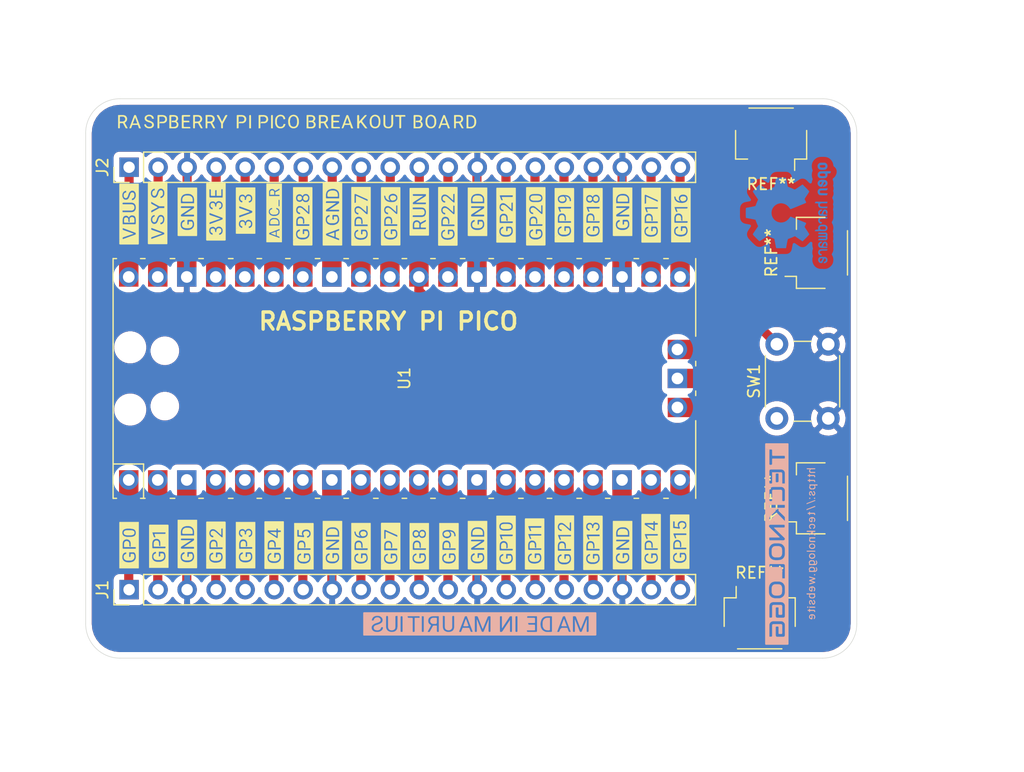
<source format=kicad_pcb>
(kicad_pcb (version 20171130) (host pcbnew "(5.1.10)-1")
  (layers (0 F.Cu signal) (31 B.Cu signal) (34 B.Paste user) (35 F.Paste user) (36 B.SilkS user) (37 F.SilkS user) (38 B.Mask user) (39 F.Mask user) (44 Edge.Cuts user))
  (net 0 "")
  (net 1 "Net-(J1-Pad20)")
  (net 2 "Net-(J1-Pad19)")
  (net 3 GND)
  (net 4 "Net-(J1-Pad17)")
  (net 5 "Net-(J1-Pad16)")
  (net 6 "Net-(J1-Pad15)")
  (net 7 "Net-(J1-Pad14)")
  (net 8 "Net-(J1-Pad12)")
  (net 9 "Net-(J1-Pad11)")
  (net 10 "Net-(J1-Pad10)")
  (net 11 "Net-(J1-Pad9)")
  (net 12 "Net-(J1-Pad7)")
  (net 13 "Net-(J1-Pad6)")
  (net 14 "Net-(J1-Pad5)")
  (net 15 "Net-(J1-Pad4)")
  (net 16 "Net-(J1-Pad2)")
  (net 17 "Net-(J1-Pad1)")
  (net 18 "Net-(J2-Pad1)")
  (net 19 "Net-(J2-Pad2)")
  (net 20 "Net-(J2-Pad4)")
  (net 21 "Net-(J2-Pad5)")
  (net 22 "Net-(J2-Pad6)")
  (net 23 "Net-(J2-Pad7)")
  (net 24 "Net-(J2-Pad8)")
  (net 25 "Net-(J2-Pad9)")
  (net 26 "Net-(J2-Pad10)")
  (net 27 /RUN)
  (net 28 "Net-(J2-Pad12)")
  (net 29 "Net-(J2-Pad14)")
  (net 30 "Net-(J2-Pad15)")
  (net 31 "Net-(J2-Pad16)")
  (net 32 "Net-(J2-Pad17)")
  (net 33 "Net-(J2-Pad19)")
  (net 34 "Net-(J2-Pad20)")
  (net 35 "Net-(U1-Pad3)")
  (net 36 "Net-(U1-Pad8)")
  (net 37 "Net-(U1-Pad13)")
  (net 38 "Net-(U1-Pad18)")
  (net 39 "Net-(U1-Pad41)")
  (net 40 "Net-(U1-Pad42)")
  (net 41 "Net-(U1-Pad43)")
  (module Connector_JST:JST_SH_SM04B-SRSS-TB_1x04-1MP_P1.00mm_Horizontal (layer F.Cu) (at 125.5 43.5 180)
    (fp_text reference REF** (at 0 -3.98) (layer F.SilkS))
    (fp_text value JST_SH_SM04B-SRSS-TB_1x04-1MP_P1.00mm_Horizontal)
    (pad 1 smd roundrect (at -1.5 -2 180) (size 0.6 1.55) (layers F.Cu F.Paste F.Mask))
    (pad 2 smd roundrect (at -0.5 -2 180) (size 0.6 1.55) (layers F.Cu F.Paste F.Mask))
    (pad 3 smd roundrect (at 0.5 -2 180) (size 0.6 1.55) (layers F.Cu F.Paste F.Mask))
    (pad 4 smd roundrect (at 1.5 -2 180) (size 0.6 1.55) (layers F.Cu F.Paste F.Mask))
    (pad MP smd roundrect (at -2.8 1.875 180) (size 1.2 1.8) (layers F.Cu F.Paste F.Mask) (roundrect_rratio 0.208333))
    (pad MP smd roundrect (at 2.8 1.875 180) (size 1.2 1.8) (layers F.Cu F.Paste F.Mask) (roundrect_rratio 0.208333))
  )
  (module Connector_JST:JST_SH_SM04B-SRSS-TB_1x04-1MP_P1.00mm_Horizontal (layer F.Cu) (at 129.5 53.5 90)
    (fp_text reference REF** (at 0 -3.98 90) (layer F.SilkS))
    (fp_text value JST_SH_SM04B-SRSS-TB_1x04-1MP_P1.00mm_Horizontal)
    (pad 1 smd roundrect (at -1.5 -2 90) (size 0.6 1.55) (layers F.Cu F.Paste F.Mask))
    (pad 2 smd roundrect (at -0.5 -2 90) (size 0.6 1.55) (layers F.Cu F.Paste F.Mask))
    (pad 3 smd roundrect (at 0.5 -2 90) (size 0.6 1.55) (layers F.Cu F.Paste F.Mask))
    (pad 4 smd roundrect (at 1.5 -2 90) (size 0.6 1.55) (layers F.Cu F.Paste F.Mask))
    (pad MP smd roundrect (at -2.8 1.875 90) (size 1.2 1.8) (layers F.Cu F.Paste F.Mask) (roundrect_rratio 0.208333))
    (pad MP smd roundrect (at 2.8 1.875 90) (size 1.2 1.8) (layers F.Cu F.Paste F.Mask) (roundrect_rratio 0.208333))
  )
  (module Connector_JST:JST_SH_SM04B-SRSS-TB_1x04-1MP_P1.00mm_Horizontal (layer F.Cu) (at 129.5 75 90)
    (fp_text reference REF** (at 0 -3.98 90) (layer F.SilkS))
    (fp_text value JST_SH_SM04B-SRSS-TB_1x04-1MP_P1.00mm_Horizontal)
    (pad 1 smd roundrect (at -1.5 -2 90) (size 0.6 1.55) (layers F.Cu F.Paste F.Mask))
    (pad 2 smd roundrect (at -0.5 -2 90) (size 0.6 1.55) (layers F.Cu F.Paste F.Mask))
    (pad 3 smd roundrect (at 0.5 -2 90) (size 0.6 1.55) (layers F.Cu F.Paste F.Mask))
    (pad 4 smd roundrect (at 1.5 -2 90) (size 0.6 1.55) (layers F.Cu F.Paste F.Mask))
    (pad MP smd roundrect (at -2.8 1.875 90) (size 1.2 1.8) (layers F.Cu F.Paste F.Mask) (roundrect_rratio 0.208333))
    (pad MP smd roundrect (at 2.8 1.875 90) (size 1.2 1.8) (layers F.Cu F.Paste F.Mask) (roundrect_rratio 0.208333))
  )
  (module Connector_JST:JST_SH_SM04B-SRSS-TB_1x04-1MP_P1.00mm_Horizontal (layer F.Cu) (at 124.5 85.5)
    (fp_text reference REF** (at 0 -3.98) (layer F.SilkS))
    (fp_text value JST_SH_SM04B-SRSS-TB_1x04-1MP_P1.00mm_Horizontal)
    (pad MP smd roundrect (at 2.8 1.875) (size 1.2 1.8) (layers F.Cu F.Paste F.Mask) (roundrect_rratio 0.208333))
    (pad MP smd roundrect (at -2.8 1.875) (size 1.2 1.8) (layers F.Cu F.Paste F.Mask) (roundrect_rratio 0.208333))
    (pad 4 smd roundrect (at 1.5 -2) (size 0.6 1.55) (layers F.Cu F.Paste F.Mask))
    (pad 3 smd roundrect (at 0.5 -2) (size 0.6 1.55) (layers F.Cu F.Paste F.Mask))
    (pad 2 smd roundrect (at -0.5 -2) (size 0.6 1.55) (layers F.Cu F.Paste F.Mask))
    (pad 1 smd roundrect (at -1.5 -2) (size 0.6 1.55) (layers F.Cu F.Paste F.Mask))
  )
  (module buzzard_labels (layer B.Cu) (at 129 79 270)
    (fp_text reference "" (at 0 0 90) (layer B.SilkS) (effects (font (size 1.27 1.27)) (justify mirror)))
    (fp_text value "" (at 0 0 90) (layer B.SilkS) (effects (font (size 1.27 1.27)) (justify mirror)))
  )
  (module buzzard_labels (layer F.Cu) (at 84 42)
    (fp_text reference "" (at 0 0) (layer F.SilkS) (effects (font (size 1.27 1.27))))
    (fp_text value "" (at 0 0) (layer F.SilkS) (effects (font (size 1.27 1.27))))
  )
  (module buzzard_labels (layer B.Cu) (at 100 86 180)
    (fp_text reference "" (at 0 0) (layer B.SilkS) (effects (font (size 1.27 1.27)) (justify mirror)))
    (fp_text value "" (at 0 0) (layer B.SilkS) (effects (font (size 1.27 1.27)) (justify mirror)))
  )
  (module buzzard_labels (layer B.Cu) (at 126 79 270)
    (fp_text reference "" (at 0 0 90) (layer B.SilkS) (effects (font (size 1.27 1.27)) (justify mirror)))
    (fp_text value "" (at 0 0 90) (layer B.SilkS) (effects (font (size 1.27 1.27)) (justify mirror)))
  )
  (module Symbol:OSHW-Logo2_9.8x8mm_Copper (layer B.Cu) (at 127 50 270)
    (fp_text reference REF** hide)
    (fp_text value OSHW-Logo2_9.8x8mm_Copper hide)
    (fp_poly (pts (xy 0.139878 3.712224) (xy 0.245612 3.711645) (xy 0.322132 3.710078) (xy 0.374372 3.707028) (xy 0.407263 3.702004) (xy 0.425737 3.694511) (xy 0.434727 3.684056) (xy 0.439163 3.670147) (xy 0.439594 3.668346) (xy 0.446333 3.635855) (xy 0.458808 3.571748) (xy 0.475719 3.482849) (xy 0.495771 3.375981) (xy 0.517664 3.257967) (xy 0.518429 3.253822) (xy 0.540359 3.138169) (xy 0.560877 3.035986) (xy 0.578659 2.953402) (xy 0.592381 2.896544) (xy 0.600718 2.871542) (xy 0.601116 2.871099) (xy 0.625677 2.85889) (xy 0.676315 2.838544) (xy 0.742095 2.814455) (xy 0.742461 2.814326) (xy 0.825317 2.783182) (xy 0.923 2.743509) (xy 1.015077 2.703619) (xy 1.019434 2.701647) (xy 1.169407 2.63358) (xy 1.501498 2.860361) (xy 1.603374 2.929496) (xy 1.695657 2.991303) (xy 1.773003 3.042267) (xy 1.830064 3.078873) (xy 1.861495 3.097606) (xy 1.864479 3.098996) (xy 1.887321 3.09281) (xy 1.929982 3.062965) (xy 1.994128 3.008053) (xy 2.081421 2.926666) (xy 2.170535 2.840078) (xy 2.256441 2.754753) (xy 2.333327 2.676892) (xy 2.396564 2.611303) (xy 2.441523 2.562795) (xy 2.463576 2.536175) (xy 2.464396 2.534805) (xy 2.466834 2.516537) (xy 2.45765 2.486705) (xy 2.434574 2.441279) (xy 2.395337 2.37623) (xy 2.33767 2.28753) (xy 2.260795 2.173343) (xy 2.19257 2.072838) (xy 2.131582 1.982697) (xy 2.081356 1.908151) (xy 2.045416 1.854435) (xy 2.027287 1.826782) (xy 2.026146 1.824905) (xy 2.028359 1.79841) (xy 2.045138 1.746914) (xy 2.073142 1.680149) (xy 2.083122 1.658828) (xy 2.126672 1.563841) (xy 2.173134 1.456063) (xy 2.210877 1.362808) (xy 2.238073 1.293594) (xy 2.259675 1.240994) (xy 2.272158 1.213503) (xy 2.273709 1.211384) (xy 2.296668 1.207876) (xy 2.350786 1.198262) (xy 2.428868 1.183911) (xy 2.523719 1.166193) (xy 2.628143 1.146475) (xy 2.734944 1.126126) (xy 2.836926 1.106514) (xy 2.926894 1.089009) (xy 2.997653 1.074978) (xy 3.042006 1.065791) (xy 3.052885 1.063193) (xy 3.064122 1.056782) (xy 3.072605 1.042303) (xy 3.078714 1.014867) (xy 3.082832 0.969589) (xy 3.085341 0.90158) (xy 3.086621 0.805953) (xy 3.087054 0.67782) (xy 3.087077 0.625299) (xy 3.087077 0.198155) (xy 2.9845 0.177909) (xy 2.927431 0.16693) (xy 2.842269 0.150905) (xy 2.739372 0.131767) (xy 2.629096 0.111449) (xy 2.598615 0.105868) (xy 2.496855 0.086083) (xy 2.408205 0.066627) (xy 2.340108 0.049303) (xy 2.300004 0.035912) (xy 2.293323 0.031921) (xy 2.276919 0.003658) (xy 2.253399 -0.051109) (xy 2.227316 -0.121588) (xy 2.222142 -0.136769) (xy 2.187956 -0.230896) (xy 2.145523 -0.337101) (xy 2.103997 -0.432473) (xy 2.103792 -0.432916) (xy 2.03464 -0.582525) (xy 2.489512 -1.251617) (xy 2.1975 -1.544116) (xy 2.10918 -1.63117) (xy 2.028625 -1.707909) (xy 1.96036 -1.770237) (xy 1.908908 -1.814056) (xy 1.878794 -1.83527) (xy 1.874474 -1.836616) (xy 1.849111 -1.826016) (xy 1.797358 -1.796547) (xy 1.724868 -1.751705) (xy 1.637294 -1.694984) (xy 1.542612 -1.631462) (xy 1.446516 -1.566668) (xy 1.360837 -1.510287) (xy 1.291016 -1.465788) (xy 1.242494 -1.436639) (xy 1.220782 -1.426308) (xy 1.194293 -1.43505) (xy 1.144062 -1.458087) (xy 1.080451 -1.490631) (xy 1.073708 -1.494249) (xy 0.988046 -1.53721) (xy 0.929306 -1.558279) (xy 0.892772 -1.558503) (xy 0.873731 -1.538928) (xy 0.87362 -1.538654) (xy 0.864102 -1.515472) (xy 0.841403 -1.460441) (xy 0.807282 -1.377822) (xy 0.7635 -1.271872) (xy 0.711816 -1.146852) (xy 0.653992 -1.00702) (xy 0.597991 -0.871637) (xy 0.536447 -0.722234) (xy 0.479939 -0.583832) (xy 0.430161 -0.460673) (xy 0.388806 -0.357002) (xy 0.357568 -0.277059) (xy 0.338141 -0.225088) (xy 0.332154 -0.205692) (xy 0.347168 -0.183443) (xy 0.386439 -0.147982) (xy 0.438807 -0.108887) (xy 0.587941 0.014755) (xy 0.704511 0.156478) (xy 0.787118 0.313296) (xy 0.834366 0.482225) (xy 0.844857 0.660278) (xy 0.837231 0.742461) (xy 0.795682 0.912969) (xy 0.724123 1.063541) (xy 0.626995 1.192691) (xy 0.508734 1.298936) (xy 0.37378 1.38079) (xy 0.226571 1.436768) (xy 0.071544 1.465385) (xy -0.086861 1.465156) (xy -0.244206 1.434595) (xy -0.396054 1.372218) (xy -0.537965 1.27654) (xy -0.597197 1.222428) (xy -0.710797 1.08348) (xy -0.789894 0.931639) (xy -0.835014 0.771333) (xy -0.846684 0.606988) (xy -0.825431 0.443029) (xy -0.77178 0.283882) (xy -0.68626 0.133975) (xy -0.569395 -0.002267) (xy -0.438807 -0.108887) (xy -0.384412 -0.149642) (xy -0.345986 -0.184718) (xy -0.332154 -0.205726) (xy -0.339397 -0.228635) (xy -0.359995 -0.283365) (xy -0.392254 -0.365672) (xy -0.434479 -0.471315) (xy -0.484977 -0.59605) (xy -0.542052 -0.735636) (xy -0.598146 -0.87167) (xy -0.660033 -1.021201) (xy -0.717356 -1.159767) (xy -0.768356 -1.283107) (xy -0.811273 -1.386964) (xy -0.844347 -1.46708) (xy -0.865819 -1.519195) (xy -0.873775 -1.538654) (xy -0.892571 -1.558423) (xy -0.928926 -1.558365) (xy -0.987521 -1.537441) (xy -1.073032 -1.494613) (xy -1.073708 -1.494249) (xy -1.138093 -1.461012) (xy -1.190139 -1.436802) (xy -1.219488 -1.426404) (xy -1.220783 -1.426308) (xy -1.242876 -1.436855) (xy -1.291652 -1.466184) (xy -1.361669 -1.510827) (xy -1.447486 -1.567314) (xy -1.542612 -1.631462) (xy -1.63946 -1.696411) (xy -1.726747 -1.752896) (xy -1.798819 -1.797421) (xy -1.850023 -1.82649) (xy -1.874474 -1.836616) (xy -1.89699 -1.823307) (xy -1.942258 -1.786112) (xy -2.005756 -1.729128) (xy -2.082961 -1.656449) (xy -2.169349 -1.572171) (xy -2.197601 -1.544016) (xy -2.489713 -1.251416) (xy -2.267369 -0.925104) (xy -2.199798 -0.824897) (xy -2.140493 -0.734963) (xy -2.092783 -0.66051) (xy -2.059993 -0.606751) (xy -2.045452 -0.578894) (xy -2.045026 -0.576912) (xy -2.052692 -0.550655) (xy -2.073311 -0.497837) (xy -2.103315 -0.42731) (xy -2.124375 -0.380093) (xy -2.163752 -0.289694) (xy -2.200835 -0.198366) (xy -2.229585 -0.1212) (xy -2.237395 -0.097692) (xy -2.259583 -0.034916) (xy -2.281273 0.013589) (xy -2.293187 0.031921) (xy -2.319477 0.043141) (xy -2.376858 0.059046) (xy -2.457882 0.077833) (xy -2.555105 0.097701) (xy -2.598615 0.105868) (xy -2.709104 0.126171) (xy -2.815084 0.14583) (xy -2.906199 0.162912) (xy -2.972092 0.175482) (xy -2.9845 0.177909) (xy -3.087077 0.198155) (xy -3.087077 0.625299) (xy -3.086847 0.765754) (xy -3.085901 0.872021) (xy -3.083859 0.948987) (xy -3.080338 1.00154) (xy -3.074957 1.034567) (xy -3.067334 1.052955) (xy -3.057088 1.061592) (xy -3.052885 1.063193) (xy -3.02753 1.068873) (xy -2.971516 1.080205) (xy -2.892036 1.095821) (xy -2.796288 1.114353) (xy -2.691467 1.134431) (xy -2.584768 1.154688) (xy -2.483387 1.173754) (xy -2.394521 1.190261) (xy -2.325363 1.202841) (xy -2.283111 1.210125) (xy -2.27371 1.211384) (xy -2.265193 1.228237) (xy -2.24634 1.27313) (xy -2.220676 1.33757) (xy -2.210877 1.362808) (xy -2.171352 1.460314) (xy -2.124808 1.568041) (xy -2.083123 1.658828) (xy -2.05245 1.728247) (xy -2.032044 1.78529) (xy -2.025232 1.820223) (xy -2.026318 1.824905) (xy -2.040715 1.847009) (xy -2.073588 1.896169) (xy -2.12141 1.967152) (xy -2.180652 2.054722) (xy -2.247785 2.153643) (xy -2.261059 2.17317) (xy -2.338954 2.28886) (xy -2.396213 2.376956) (xy -2.435119 2.441514) (xy -2.457956 2.486589) (xy -2.467006 2.516237) (xy -2.464552 2.534515) (xy -2.464489 2.534631) (xy -2.445173 2.558639) (xy -2.402449 2.605053) (xy -2.340949 2.669063) (xy -2.265302 2.745855) (xy -2.180139 2.830618) (xy -2.170535 2.840078) (xy -2.06321 2.944011) (xy -1.980385 3.020325) (xy -1.920395 3.070429) (xy -1.881577 3.09573) (xy -1.86448 3.098996) (xy -1.839527 3.08475) (xy -1.787745 3.051844) (xy -1.71448 3.003792) (xy -1.62508 2.94411) (xy -1.524889 2.876312) (xy -1.501499 2.860361) (xy -1.169407 2.63358) (xy -1.019435 2.701647) (xy -0.92823 2.741315) (xy -0.830331 2.781209) (xy -0.746169 2.813017) (xy -0.742462 2.814326) (xy -0.676631 2.838424) (xy -0.625884 2.8588) (xy -0.601158 2.871064) (xy -0.601116 2.871099) (xy -0.593271 2.893266) (xy -0.579934 2.947783) (xy -0.56243 3.02852) (xy -0.542083 3.12935) (xy -0.520218 3.244144) (xy -0.518429 3.253822) (xy -0.496496 3.372096) (xy -0.47636 3.479458) (xy -0.45932 3.569083) (xy -0.446672 3.634149) (xy -0.439716 3.667832) (xy -0.439594 3.668346) (xy -0.435361 3.682675) (xy -0.427129 3.693493) (xy -0.409967 3.701294) (xy -0.378942 3.706571) (xy -0.329122 3.709818) (xy -0.255576 3.711528) (xy -0.153371 3.712193) (xy -0.017575 3.712307) (xy 0 3.712308) (xy 0.139878 3.712224)) (layer B.Cu) (width 0.01))
    (fp_poly (pts (xy 4.245224 -2.647838) (xy 4.322528 -2.698361) (xy 4.359814 -2.74359) (xy 4.389353 -2.825663) (xy 4.391699 -2.890607) (xy 4.386385 -2.977445) (xy 4.186115 -3.065103) (xy 4.088739 -3.109887) (xy 4.025113 -3.145913) (xy 3.992029 -3.177117) (xy 3.98628 -3.207436) (xy 4.004658 -3.240805) (xy 4.024923 -3.262923) (xy 4.083889 -3.298393) (xy 4.148024 -3.300879) (xy 4.206926 -3.273235) (xy 4.250197 -3.21832) (xy 4.257936 -3.198928) (xy 4.295006 -3.138364) (xy 4.337654 -3.112552) (xy 4.396154 -3.090471) (xy 4.396154 -3.174184) (xy 4.390982 -3.23115) (xy 4.370723 -3.279189) (xy 4.328262 -3.334346) (xy 4.321951 -3.341514) (xy 4.27472 -3.390585) (xy 4.234121 -3.41692) (xy 4.183328 -3.429035) (xy 4.14122 -3.433003) (xy 4.065902 -3.433991) (xy 4.012286 -3.421466) (xy 3.978838 -3.402869) (xy 3.926268 -3.361975) (xy 3.889879 -3.317748) (xy 3.86685 -3.262126) (xy 3.854359 -3.187047) (xy 3.849587 -3.084449) (xy 3.849206 -3.032376) (xy 3.850501 -2.969948) (xy 3.968471 -2.969948) (xy 3.969839 -3.003438) (xy 3.973249 -3.008923) (xy 3.995753 -3.001472) (xy 4.044182 -2.981753) (xy 4.108908 -2.953718) (xy 4.122443 -2.947692) (xy 4.204244 -2.906096) (xy 4.249312 -2.869538) (xy 4.259217 -2.835296) (xy 4.235526 -2.800648) (xy 4.21596 -2.785339) (xy 4.14536 -2.754721) (xy 4.07928 -2.75978) (xy 4.023959 -2.797151) (xy 3.985636 -2.863473) (xy 3.973349 -2.916116) (xy 3.968471 -2.969948) (xy 3.850501 -2.969948) (xy 3.85173 -2.91072) (xy 3.861032 -2.82071) (xy 3.87946 -2.755167) (xy 3.90936 -2.706912) (xy 3.95308 -2.668767) (xy 3.972141 -2.65644) (xy 4.058726 -2.624336) (xy 4.153522 -2.622316) (xy 4.245224 -2.647838)) (layer B.Cu) (width 0.01))
    (fp_poly (pts (xy 3.570807 -2.636782) (xy 3.594161 -2.646988) (xy 3.649902 -2.691134) (xy 3.697569 -2.754967) (xy 3.727048 -2.823087) (xy 3.731846 -2.85667) (xy 3.71576 -2.903556) (xy 3.680475 -2.928365) (xy 3.642644 -2.943387) (xy 3.625321 -2.946155) (xy 3.616886 -2.926066) (xy 3.60023 -2.882351) (xy 3.592923 -2.862598) (xy 3.551948 -2.794271) (xy 3.492622 -2.760191) (xy 3.416552 -2.761239) (xy 3.410918 -2.762581) (xy 3.370305 -2.781836) (xy 3.340448 -2.819375) (xy 3.320055 -2.879809) (xy 3.307836 -2.967751) (xy 3.3025 -3.087813) (xy 3.302 -3.151698) (xy 3.301752 -3.252403) (xy 3.300126 -3.321054) (xy 3.295801 -3.364673) (xy 3.287454 -3.390282) (xy 3.273765 -3.404903) (xy 3.253411 -3.415558) (xy 3.252234 -3.416095) (xy 3.213038 -3.432667) (xy 3.193619 -3.438769) (xy 3.190635 -3.420319) (xy 3.188081 -3.369323) (xy 3.18614 -3.292308) (xy 3.184997 -3.195805) (xy 3.184769 -3.125184) (xy 3.185932 -2.988525) (xy 3.190479 -2.884851) (xy 3.199999 -2.808108) (xy 3.216081 -2.752246) (xy 3.240313 -2.711212) (xy 3.274286 -2.678954) (xy 3.307833 -2.65644) (xy 3.388499 -2.626476) (xy 3.482381 -2.619718) (xy 3.570807 -2.636782)) (layer B.Cu) (width 0.01))
    (fp_poly (pts (xy 2.887333 -2.633528) (xy 2.94359 -2.659117) (xy 2.987747 -2.690124) (xy 3.020101 -2.724795) (xy 3.042438 -2.76952) (xy 3.056546 -2.830692) (xy 3.064211 -2.914701) (xy 3.06722 -3.02794) (xy 3.067538 -3.102509) (xy 3.067538 -3.39342) (xy 3.017773 -3.416095) (xy 2.978576 -3.432667) (xy 2.959157 -3.438769) (xy 2.955442 -3.42061) (xy 2.952495 -3.371648) (xy 2.950691 -3.300153) (xy 2.950308 -3.243385) (xy 2.948661 -3.161371) (xy 2.944222 -3.096309) (xy 2.93774 -3.056467) (xy 2.93259 -3.048) (xy 2.897977 -3.056646) (xy 2.84364 -3.078823) (xy 2.780722 -3.108886) (xy 2.720368 -3.141192) (xy 2.673721 -3.170098) (xy 2.651926 -3.189961) (xy 2.651839 -3.190175) (xy 2.653714 -3.226935) (xy 2.670525 -3.262026) (xy 2.700039 -3.290528) (xy 2.743116 -3.300061) (xy 2.779932 -3.29895) (xy 2.832074 -3.298133) (xy 2.859444 -3.310349) (xy 2.875882 -3.342624) (xy 2.877955 -3.34871) (xy 2.885081 -3.394739) (xy 2.866024 -3.422687) (xy 2.816353 -3.436007) (xy 2.762697 -3.43847) (xy 2.666142 -3.42021) (xy 2.616159 -3.394131) (xy 2.554429 -3.332868) (xy 2.52169 -3.25767) (xy 2.518753 -3.178211) (xy 2.546424 -3.104167) (xy 2.588047 -3.057769) (xy 2.629604 -3.031793) (xy 2.694922 -2.998907) (xy 2.771038 -2.965557) (xy 2.783726 -2.960461) (xy 2.867333 -2.923565) (xy 2.91553 -2.891046) (xy 2.93103 -2.858718) (xy 2.91655 -2.822394) (xy 2.891692 -2.794) (xy 2.832939 -2.759039) (xy 2.768293 -2.756417) (xy 2.709008 -2.783358) (xy 2.666339 -2.837088) (xy 2.660739 -2.85095) (xy 2.628133 -2.901936) (xy 2.58053 -2.939787) (xy 2.520461 -2.97085) (xy 2.520461 -2.882768) (xy 2.523997 -2.828951) (xy 2.539156 -2.786534) (xy 2.572768 -2.741279) (xy 2.605035 -2.70642) (xy 2.655209 -2.657062) (xy 2.694193 -2.630547) (xy 2.736064 -2.619911) (xy 2.78346 -2.618154) (xy 2.887333 -2.633528)) (layer B.Cu) (width 0.01))
    (fp_poly (pts (xy 2.395929 -2.636662) (xy 2.398911 -2.688068) (xy 2.401247 -2.766192) (xy 2.402749 -2.864857) (xy 2.403231 -2.968343) (xy 2.403231 -3.318533) (xy 2.341401 -3.380363) (xy 2.298793 -3.418462) (xy 2.26139 -3.433895) (xy 2.21027 -3.432918) (xy 2.189978 -3.430433) (xy 2.126554 -3.4232) (xy 2.074095 -3.419055) (xy 2.061308 -3.418672) (xy 2.018199 -3.421176) (xy 1.956544 -3.427462) (xy 1.932638 -3.430433) (xy 1.873922 -3.435028) (xy 1.834464 -3.425046) (xy 1.795338 -3.394228) (xy 1.781215 -3.380363) (xy 1.719385 -3.318533) (xy 1.719385 -2.663503) (xy 1.76915 -2.640829) (xy 1.812002 -2.624034) (xy 1.837073 -2.618154) (xy 1.843501 -2.636736) (xy 1.849509 -2.688655) (xy 1.854697 -2.768172) (xy 1.858664 -2.869546) (xy 1.860577 -2.955192) (xy 1.865923 -3.292231) (xy 1.91256 -3.298825) (xy 1.954976 -3.294214) (xy 1.97576 -3.279287) (xy 1.98157 -3.251377) (xy 1.98653 -3.191925) (xy 1.990246 -3.108466) (xy 1.992324 -3.008532) (xy 1.992624 -2.957104) (xy 1.992923 -2.661054) (xy 2.054454 -2.639604) (xy 2.098004 -2.62502) (xy 2.121694 -2.618219) (xy 2.122377 -2.618154) (xy 2.124754 -2.636642) (xy 2.127366 -2.687906) (xy 2.129995 -2.765649) (xy 2.132421 -2.863574) (xy 2.134115 -2.955192) (xy 2.139461 -3.292231) (xy 2.256692 -3.292231) (xy 2.262072 -2.984746) (xy 2.267451 -2.677261) (xy 2.324601 -2.647707) (xy 2.366797 -2.627413) (xy 2.39177 -2.618204) (xy 2.392491 -2.618154) (xy 2.395929 -2.636662)) (layer B.Cu) (width 0.01))
    (fp_poly (pts (xy 1.602081 -2.780289) (xy 1.601833 -2.92632) (xy 1.600872 -3.038655) (xy 1.598794 -3.122678) (xy 1.595193 -3.183769) (xy 1.589665 -3.227309) (xy 1.581804 -3.258679) (xy 1.571207 -3.283262) (xy 1.563182 -3.297294) (xy 1.496728 -3.373388) (xy 1.41247 -3.421084) (xy 1.319249 -3.438199) (xy 1.2259 -3.422546) (xy 1.170312 -3.394418) (xy 1.111957 -3.34576) (xy 1.072186 -3.286333) (xy 1.04819 -3.208507) (xy 1.037161 -3.104652) (xy 1.035599 -3.028462) (xy 1.035809 -3.022986) (xy 1.172308 -3.022986) (xy 1.173141 -3.110355) (xy 1.176961 -3.168192) (xy 1.185746 -3.206029) (xy 1.201474 -3.233398) (xy 1.220266 -3.254042) (xy 1.283375 -3.29389) (xy 1.351137 -3.297295) (xy 1.415179 -3.264025) (xy 1.420164 -3.259517) (xy 1.441439 -3.236067) (xy 1.454779 -3.208166) (xy 1.462001 -3.166641) (xy 1.464923 -3.102316) (xy 1.465385 -3.0312) (xy 1.464383 -2.941858) (xy 1.460238 -2.882258) (xy 1.451236 -2.843089) (xy 1.435667 -2.81504) (xy 1.422902 -2.800144) (xy 1.3636 -2.762575) (xy 1.295301 -2.758057) (xy 1.23011 -2.786753) (xy 1.217528 -2.797406) (xy 1.196111 -2.821063) (xy 1.182744 -2.849251) (xy 1.175566 -2.891245) (xy 1.172719 -2.956319) (xy 1.172308 -3.022986) (xy 1.035809 -3.022986) (xy 1.040322 -2.905765) (xy 1.056362 -2.813577) (xy 1.086528 -2.744269) (xy 1.133629 -2.690211) (xy 1.170312 -2.662505) (xy 1.23699 -2.632572) (xy 1.314272 -2.618678) (xy 1.38611 -2.622397) (xy 1.426308 -2.6374) (xy 1.442082 -2.64167) (xy 1.45255 -2.62575) (xy 1.459856 -2.583089) (xy 1.465385 -2.518106) (xy 1.471437 -2.445732) (xy 1.479844 -2.402187) (xy 1.495141 -2.377287) (xy 1.521864 -2.360845) (xy 1.538654 -2.353564) (xy 1.602154 -2.326963) (xy 1.602081 -2.780289)) (layer B.Cu) (width 0.01))
    (fp_poly (pts (xy 0.713362 -2.62467) (xy 0.802117 -2.657421) (xy 0.874022 -2.71535) (xy 0.902144 -2.756128) (xy 0.932802 -2.830954) (xy 0.932165 -2.885058) (xy 0.899987 -2.921446) (xy 0.888081 -2.927633) (xy 0.836675 -2.946925) (xy 0.810422 -2.941982) (xy 0.80153 -2.909587) (xy 0.801077 -2.891692) (xy 0.784797 -2.825859) (xy 0.742365 -2.779807) (xy 0.683388 -2.757564) (xy 0.617475 -2.763161) (xy 0.563895 -2.792229) (xy 0.545798 -2.80881) (xy 0.532971 -2.828925) (xy 0.524306 -2.859332) (xy 0.518696 -2.906788) (xy 0.515035 -2.97805) (xy 0.512215 -3.079875) (xy 0.511484 -3.112115) (xy 0.50882 -3.22241) (xy 0.505792 -3.300036) (xy 0.50125 -3.351396) (xy 0.494046 -3.38289) (xy 0.483033 -3.40092) (xy 0.46706 -3.411888) (xy 0.456834 -3.416733) (xy 0.413406 -3.433301) (xy 0.387842 -3.438769) (xy 0.379395 -3.420507) (xy 0.374239 -3.365296) (xy 0.372346 -3.272499) (xy 0.373689 -3.141478) (xy 0.374107 -3.121269) (xy 0.377058 -3.001733) (xy 0.380548 -2.914449) (xy 0.385514 -2.852591) (xy 0.392893 -2.809336) (xy 0.403624 -2.77786) (xy 0.418645 -2.751339) (xy 0.426502 -2.739975) (xy 0.471553 -2.689692) (xy 0.52194 -2.650581) (xy 0.528108 -2.647167) (xy 0.618458 -2.620212) (xy 0.713362 -2.62467)) (layer B.Cu) (width 0.01))
    (fp_poly (pts (xy 0.053501 -2.626303) (xy 0.13006 -2.654733) (xy 0.130936 -2.655279) (xy 0.178285 -2.690127) (xy 0.213241 -2.730852) (xy 0.237825 -2.783925) (xy 0.254062 -2.855814) (xy 0.263975 -2.952992) (xy 0.269586 -3.081928) (xy 0.270077 -3.100298) (xy 0.277141 -3.377287) (xy 0.217695 -3.408028) (xy 0.174681 -3.428802) (xy 0.14871 -3.438646) (xy 0.147509 -3.438769) (xy 0.143014 -3.420606) (xy 0.139444 -3.371612) (xy 0.137248 -3.300031) (xy 0.136769 -3.242068) (xy 0.136758 -3.14817) (xy 0.132466 -3.089203) (xy 0.117503 -3.061079) (xy 0.085482 -3.059706) (xy 0.030014 -3.080998) (xy -0.053731 -3.120136) (xy -0.115311 -3.152643) (xy -0.146983 -3.180845) (xy -0.156294 -3.211582) (xy -0.156308 -3.213104) (xy -0.140943 -3.266054) (xy -0.095453 -3.29466) (xy -0.025834 -3.298803) (xy 0.024313 -3.298084) (xy 0.050754 -3.312527) (xy 0.067243 -3.347218) (xy 0.076733 -3.391416) (xy 0.063057 -3.416493) (xy 0.057907 -3.420082) (xy 0.009425 -3.434496) (xy -0.058469 -3.436537) (xy -0.128388 -3.426983) (xy -0.177932 -3.409522) (xy -0.24643 -3.351364) (xy -0.285366 -3.270408) (xy -0.293077 -3.20716) (xy -0.287193 -3.150111) (xy -0.265899 -3.103542) (xy -0.223735 -3.062181) (xy -0.155241 -3.020755) (xy -0.054956 -2.973993) (xy -0.048846 -2.97135) (xy 0.04149 -2.929617) (xy 0.097235 -2.895391) (xy 0.121129 -2.864635) (xy 0.115913 -2.833311) (xy 0.084328 -2.797383) (xy 0.074883 -2.789116) (xy 0.011617 -2.757058) (xy -0.053936 -2.758407) (xy -0.111028 -2.789838) (xy -0.148907 -2.848024) (xy -0.152426 -2.859446) (xy -0.1867 -2.914837) (xy -0.230191 -2.941518) (xy -0.293077 -2.96796) (xy -0.293077 -2.899548) (xy -0.273948 -2.80011) (xy -0.217169 -2.708902) (xy -0.187622 -2.678389) (xy -0.120458 -2.639228) (xy -0.035044 -2.6215) (xy 0.053501 -2.626303)) (layer B.Cu) (width 0.01))
    (fp_poly (pts (xy -0.840154 -2.49212) (xy -0.834428 -2.57198) (xy -0.827851 -2.619039) (xy -0.818738 -2.639566) (xy -0.805402 -2.639829) (xy -0.801077 -2.637378) (xy -0.743556 -2.619636) (xy -0.668732 -2.620672) (xy -0.592661 -2.63891) (xy -0.545082 -2.662505) (xy -0.496298 -2.700198) (xy -0.460636 -2.742855) (xy -0.436155 -2.797057) (xy -0.420913 -2.869384) (xy -0.41297 -2.966419) (xy -0.410384 -3.094742) (xy -0.410338 -3.119358) (xy -0.410308 -3.39587) (xy -0.471839 -3.41732) (xy -0.515541 -3.431912) (xy -0.539518 -3.438706) (xy -0.540223 -3.438769) (xy -0.542585 -3.420345) (xy -0.544594 -3.369526) (xy -0.546099 -3.292993) (xy -0.546947 -3.19743) (xy -0.547077 -3.139329) (xy -0.547349 -3.024771) (xy -0.548748 -2.942667) (xy -0.552151 -2.886393) (xy -0.558433 -2.849326) (xy -0.568471 -2.824844) (xy -0.583139 -2.806325) (xy -0.592298 -2.797406) (xy -0.655211 -2.761466) (xy -0.723864 -2.758775) (xy -0.786152 -2.78917) (xy -0.797671 -2.800144) (xy -0.814567 -2.820779) (xy -0.826286 -2.845256) (xy -0.833767 -2.880647) (xy -0.837946 -2.934026) (xy -0.839763 -3.012466) (xy -0.840154 -3.120617) (xy -0.840154 -3.39587) (xy -0.901685 -3.41732) (xy -0.945387 -3.431912) (xy -0.969364 -3.438706) (xy -0.97007 -3.438769) (xy -0.971874 -3.420069) (xy -0.9735 -3.367322) (xy -0.974883 -3.285557) (xy -0.975958 -3.179805) (xy -0.97666 -3.055094) (xy -0.976923 -2.916455) (xy -0.976923 -2.381806) (xy -0.849923 -2.328236) (xy -0.840154 -2.49212)) (layer B.Cu) (width 0.01))
    (fp_poly (pts (xy -2.465746 -2.599745) (xy -2.388714 -2.651567) (xy -2.329184 -2.726412) (xy -2.293622 -2.821654) (xy -2.286429 -2.891756) (xy -2.287246 -2.921009) (xy -2.294086 -2.943407) (xy -2.312888 -2.963474) (xy -2.349592 -2.985733) (xy -2.410138 -3.014709) (xy -2.500466 -3.054927) (xy -2.500923 -3.055129) (xy -2.584067 -3.09321) (xy -2.652247 -3.127025) (xy -2.698495 -3.152933) (xy -2.715842 -3.167295) (xy -2.715846 -3.167411) (xy -2.700557 -3.198685) (xy -2.664804 -3.233157) (xy -2.623758 -3.25799) (xy -2.602963 -3.262923) (xy -2.54623 -3.245862) (xy -2.497373 -3.203133) (xy -2.473535 -3.156155) (xy -2.450603 -3.121522) (xy -2.405682 -3.082081) (xy -2.352877 -3.048009) (xy -2.30629 -3.02948) (xy -2.296548 -3.028462) (xy -2.285582 -3.045215) (xy -2.284921 -3.088039) (xy -2.29298 -3.145781) (xy -2.308173 -3.207289) (xy -2.328914 -3.261409) (xy -2.329962 -3.26351) (xy -2.392379 -3.35066) (xy -2.473274 -3.409939) (xy -2.565144 -3.439034) (xy -2.660487 -3.435634) (xy -2.751802 -3.397428) (xy -2.755862 -3.394741) (xy -2.827694 -3.329642) (xy -2.874927 -3.244705) (xy -2.901066 -3.133021) (xy -2.904574 -3.101643) (xy -2.910787 -2.953536) (xy -2.903339 -2.884468) (xy -2.715846 -2.884468) (xy -2.71341 -2.927552) (xy -2.700086 -2.940126) (xy -2.666868 -2.930719) (xy -2.614506 -2.908483) (xy -2.555976 -2.88061) (xy -2.554521 -2.879872) (xy -2.504911 -2.853777) (xy -2.485 -2.836363) (xy -2.48991 -2.818107) (xy -2.510584 -2.79412) (xy -2.563181 -2.759406) (xy -2.619823 -2.756856) (xy -2.670631 -2.782119) (xy -2.705724 -2.830847) (xy -2.715846 -2.884468) (xy -2.903339 -2.884468) (xy -2.898008 -2.835036) (xy -2.865222 -2.741055) (xy -2.819579 -2.675215) (xy -2.737198 -2.608681) (xy -2.646454 -2.575676) (xy -2.553815 -2.573573) (xy -2.465746 -2.599745)) (layer B.Cu) (width 0.01))
    (fp_poly (pts (xy -3.983114 -2.587256) (xy -3.891536 -2.635409) (xy -3.823951 -2.712905) (xy -3.799943 -2.762727) (xy -3.781262 -2.837533) (xy -3.771699 -2.932052) (xy -3.770792 -3.03521) (xy -3.778079 -3.135935) (xy -3.793097 -3.223153) (xy -3.815385 -3.285791) (xy -3.822235 -3.296579) (xy -3.903368 -3.377105) (xy -3.999734 -3.425336) (xy -4.104299 -3.43945) (xy -4.210032 -3.417629) (xy -4.239457 -3.404547) (xy -4.296759 -3.364231) (xy -4.34705 -3.310775) (xy -4.351803 -3.303995) (xy -4.371122 -3.271321) (xy -4.383892 -3.236394) (xy -4.391436 -3.190414) (xy -4.395076 -3.124584) (xy -4.396135 -3.030105) (xy -4.396154 -3.008923) (xy -4.396106 -3.002182) (xy -4.200769 -3.002182) (xy -4.199632 -3.091349) (xy -4.195159 -3.15052) (xy -4.185754 -3.188741) (xy -4.169824 -3.215053) (xy -4.161692 -3.223846) (xy -4.114942 -3.257261) (xy -4.069553 -3.255737) (xy -4.02366 -3.226752) (xy -3.996288 -3.195809) (xy -3.980077 -3.150643) (xy -3.970974 -3.07942) (xy -3.970349 -3.071114) (xy -3.968796 -2.942037) (xy -3.985035 -2.846172) (xy -4.018848 -2.784107) (xy -4.070016 -2.756432) (xy -4.08828 -2.754923) (xy -4.13624 -2.762513) (xy -4.169047 -2.788808) (xy -4.189105 -2.839095) (xy -4.198822 -2.918664) (xy -4.200769 -3.002182) (xy -4.396106 -3.002182) (xy -4.395426 -2.908249) (xy -4.392371 -2.837906) (xy -4.385678 -2.789163) (xy -4.37404 -2.753288) (xy -4.356147 -2.721548) (xy -4.352192 -2.715648) (xy -4.285733 -2.636104) (xy -4.213315 -2.589929) (xy -4.125151 -2.571599) (xy -4.095213 -2.570703) (xy -3.983114 -2.587256)) (layer B.Cu) (width 0.01))
    (fp_poly (pts (xy -1.728336 -2.595089) (xy -1.665633 -2.631358) (xy -1.622039 -2.667358) (xy -1.590155 -2.705075) (xy -1.56819 -2.751199) (xy -1.554351 -2.812421) (xy -1.546847 -2.895431) (xy -1.543883 -3.006919) (xy -1.543539 -3.087062) (xy -1.543539 -3.382065) (xy -1.709615 -3.456515) (xy -1.719385 -3.133402) (xy -1.723421 -3.012729) (xy -1.727656 -2.925141) (xy -1.732903 -2.86465) (xy -1.739975 -2.825268) (xy -1.749689 -2.801007) (xy -1.762856 -2.78588) (xy -1.767081 -2.782606) (xy -1.831091 -2.757034) (xy -1.895792 -2.767153) (xy -1.934308 -2.794) (xy -1.949975 -2.813024) (xy -1.96082 -2.837988) (xy -1.967712 -2.875834) (xy -1.971521 -2.933502) (xy -1.973117 -3.017935) (xy -1.973385 -3.105928) (xy -1.973437 -3.216323) (xy -1.975328 -3.294463) (xy -1.981655 -3.347165) (xy -1.995017 -3.381242) (xy -2.018015 -3.403511) (xy -2.053246 -3.420787) (xy -2.100303 -3.438738) (xy -2.151697 -3.458278) (xy -2.145579 -3.111485) (xy -2.143116 -2.986468) (xy -2.140233 -2.894082) (xy -2.136102 -2.827881) (xy -2.129893 -2.78142) (xy -2.120774 -2.748256) (xy -2.107917 -2.721944) (xy -2.092416 -2.698729) (xy -2.017629 -2.624569) (xy -1.926372 -2.581684) (xy -1.827117 -2.571412) (xy -1.728336 -2.595089)) (layer B.Cu) (width 0.01))
    (fp_poly (pts (xy -3.231114 -2.584505) (xy -3.156461 -2.621727) (xy -3.090569 -2.690261) (xy -3.072423 -2.715648) (xy -3.052655 -2.748866) (xy -3.039828 -2.784945) (xy -3.03249 -2.833098) (xy -3.029187 -2.902536) (xy -3.028462 -2.994206) (xy -3.031737 -3.11983) (xy -3.043123 -3.214154) (xy -3.064959 -3.284523) (xy -3.099581 -3.338286) (xy -3.14933 -3.382788) (xy -3.152986 -3.385423) (xy -3.202015 -3.412377) (xy -3.261055 -3.425712) (xy -3.336141 -3.429) (xy -3.458205 -3.429) (xy -3.458256 -3.547497) (xy -3.459392 -3.613492) (xy -3.466314 -3.652202) (xy -3.484402 -3.675419) (xy -3.519038 -3.694933) (xy -3.527355 -3.69892) (xy -3.56628 -3.717603) (xy -3.596417 -3.729403) (xy -3.618826 -3.730422) (xy -3.634567 -3.716761) (xy -3.644698 -3.684522) (xy -3.650277 -3.629804) (xy -3.652365 -3.548711) (xy -3.652019 -3.437344) (xy -3.6503 -3.291802) (xy -3.649763 -3.248269) (xy -3.647828 -3.098205) (xy -3.646096 -3.000042) (xy -3.458308 -3.000042) (xy -3.457252 -3.083364) (xy -3.452562 -3.13788) (xy -3.441949 -3.173837) (xy -3.423128 -3.201482) (xy -3.41035 -3.214965) (xy -3.35811 -3.254417) (xy -3.311858 -3.257628) (xy -3.264133 -3.225049) (xy -3.262923 -3.223846) (xy -3.243506 -3.198668) (xy -3.231693 -3.164447) (xy -3.225735 -3.111748) (xy -3.22388 -3.031131) (xy -3.223846 -3.013271) (xy -3.22833 -2.902175) (xy -3.242926 -2.825161) (xy -3.26935 -2.778147) (xy -3.309317 -2.75705) (xy -3.332416 -2.754923) (xy -3.387238 -2.7649) (xy -3.424842 -2.797752) (xy -3.447477 -2.857857) (xy -3.457394 -2.949598) (xy -3.458308 -3.000042) (xy -3.646096 -3.000042) (xy -3.645778 -2.98206) (xy -3.643127 -2.894679) (xy -3.639394 -2.830905) (xy -3.634093 -2.785582) (xy -3.626742 -2.753555) (xy -3.616857 -2.729668) (xy -3.603954 -2.708764) (xy -3.598421 -2.700898) (xy -3.525031 -2.626595) (xy -3.43224 -2.584467) (xy -3.324904 -2.572722) (xy -3.231114 -2.584505)) (layer B.Cu) (width 0.01))
  )
  (module buzzard_labels (layer F.Cu) (at 87.1 50.1 90)
    (fp_text reference "" (at 0 0 90) (layer F.SilkS) (effects (font (size 1.27 1.27))))
    (fp_text value "" (at 0 0 90) (layer F.SilkS) (effects (font (size 1.27 1.27))))
  )
  (module buzzard_labels (layer F.Cu) (at 82 50 90)
    (fp_text reference "" (at 0 0 90) (layer F.SilkS) (effects (font (size 1.27 1.27))))
    (fp_text value "" (at 0 0 90) (layer F.SilkS) (effects (font (size 1.27 1.27))))
  )
  (module buzzard_labels (layer F.Cu) (at 76.9 49.9 90)
    (fp_text reference "" (at 0 0 90) (layer F.SilkS) (effects (font (size 1.27 1.27))))
    (fp_text value "" (at 0 0 90) (layer F.SilkS) (effects (font (size 1.27 1.27))))
  )
  (module buzzard_labels (layer F.Cu) (at 79.5 49.8 90)
    (fp_text reference "" (at 0 0 90) (layer F.SilkS) (effects (font (size 1.27 1.27))))
    (fp_text value "" (at 0 0 90) (layer F.SilkS) (effects (font (size 1.27 1.27))))
  )
  (module buzzard_labels (layer F.Cu) (at 84.5 50.3 90)
    (fp_text reference "" (at 0 0 90) (layer F.SilkS) (effects (font (size 1.27 1.27))))
    (fp_text value "" (at 0 0 90) (layer F.SilkS) (effects (font (size 1.27 1.27))))
  )
  (module buzzard_labels (layer F.Cu) (at 89.6 50.3 90)
    (fp_text reference "" (at 0 0 90) (layer F.SilkS) (effects (font (size 1.27 1.27))))
    (fp_text value "" (at 0 0 90) (layer F.SilkS) (effects (font (size 1.27 1.27))))
  )
  (module buzzard_labels (layer F.Cu) (at 92.2 50.3 90)
    (fp_text reference "" (at 0 0 90) (layer F.SilkS) (effects (font (size 1.27 1.27))))
    (fp_text value "" (at 0 0 90) (layer F.SilkS) (effects (font (size 1.27 1.27))))
  )
  (module buzzard_labels (layer F.Cu) (at 94.7 49.9 90)
    (fp_text reference "" (at 0 0 90) (layer F.SilkS) (effects (font (size 1.27 1.27))))
    (fp_text value "" (at 0 0 90) (layer F.SilkS) (effects (font (size 1.27 1.27))))
  )
  (module buzzard_labels (layer F.Cu) (at 97.2 50.3 90)
    (fp_text reference "" (at 0 0 90) (layer F.SilkS) (effects (font (size 1.27 1.27))))
    (fp_text value "" (at 0 0 90) (layer F.SilkS) (effects (font (size 1.27 1.27))))
  )
  (module buzzard_labels (layer F.Cu) (at 102.3 50.2 90)
    (fp_text reference "" (at 0 0 90) (layer F.SilkS) (effects (font (size 1.27 1.27))))
    (fp_text value "" (at 0 0 90) (layer F.SilkS) (effects (font (size 1.27 1.27))))
  )
  (module buzzard_labels (layer F.Cu) (at 104.9 50.3 90)
    (fp_text reference "" (at 0 0 90) (layer F.SilkS) (effects (font (size 1.27 1.27))))
    (fp_text value "" (at 0 0 90) (layer F.SilkS) (effects (font (size 1.27 1.27))))
  )
  (module buzzard_labels (layer F.Cu) (at 107.4 50.2 90)
    (fp_text reference "" (at 0 0 90) (layer F.SilkS) (effects (font (size 1.27 1.27))))
    (fp_text value "" (at 0 0 90) (layer F.SilkS) (effects (font (size 1.27 1.27))))
  )
  (module buzzard_labels (layer F.Cu) (at 117.6 50.2 90)
    (fp_text reference "" (at 0 0 90) (layer F.SilkS) (effects (font (size 1.27 1.27))))
    (fp_text value "" (at 0 0 90) (layer F.SilkS) (effects (font (size 1.27 1.27))))
  )
  (module buzzard_labels (layer F.Cu) (at 115 50.2 90)
    (fp_text reference "" (at 0 0 90) (layer F.SilkS) (effects (font (size 1.27 1.27))))
    (fp_text value "" (at 0 0 90) (layer F.SilkS) (effects (font (size 1.27 1.27))))
  )
  (module buzzard_labels (layer F.Cu) (at 109.9 50.2 90)
    (fp_text reference "" (at 0 0 90) (layer F.SilkS) (effects (font (size 1.27 1.27))))
    (fp_text value "" (at 0 0 90) (layer F.SilkS) (effects (font (size 1.27 1.27))))
  )
  (module buzzard_labels (layer F.Cu) (at 71.8 50 90)
    (fp_text reference "" (at 0 0 90) (layer F.SilkS) (effects (font (size 1.27 1.27))))
    (fp_text value "" (at 0 0 90) (layer F.SilkS) (effects (font (size 1.27 1.27))))
  )
  (module buzzard_labels (layer F.Cu) (at 69.3 50.1 90)
    (fp_text reference "" (at 0 0 90) (layer F.SilkS) (effects (font (size 1.27 1.27))))
    (fp_text value "" (at 0 0 90) (layer F.SilkS) (effects (font (size 1.27 1.27))))
  )
  (module buzzard_labels (layer F.Cu) (at 117.5 78.8 90)
    (fp_text reference "" (at 0 0 90) (layer F.SilkS) (effects (font (size 1.27 1.27))))
    (fp_text value "" (at 0 0 90) (layer F.SilkS) (effects (font (size 1.27 1.27))))
  )
  (module buzzard_labels (layer F.Cu) (at 115 78.8 90)
    (fp_text reference "" (at 0 0 90) (layer F.SilkS) (effects (font (size 1.27 1.27))))
    (fp_text value "" (at 0 0 90) (layer F.SilkS) (effects (font (size 1.27 1.27))))
  )
  (module buzzard_labels (layer F.Cu) (at 109.9 78.9 90)
    (fp_text reference "" (at 0 0 90) (layer F.SilkS) (effects (font (size 1.27 1.27))))
    (fp_text value "" (at 0 0 90) (layer F.SilkS) (effects (font (size 1.27 1.27))))
  )
  (module buzzard_labels (layer F.Cu) (at 107.4 78.9 90)
    (fp_text reference "" (at 0 0 90) (layer F.SilkS) (effects (font (size 1.27 1.27))))
    (fp_text value "" (at 0 0 90) (layer F.SilkS) (effects (font (size 1.27 1.27))))
  )
  (module buzzard_labels (layer F.Cu) (at 104.8 79 90)
    (fp_text reference "" (at 0 0 90) (layer F.SilkS) (effects (font (size 1.27 1.27))))
    (fp_text value "" (at 0 0 90) (layer F.SilkS) (effects (font (size 1.27 1.27))))
  )
  (module buzzard_labels (layer F.Cu) (at 102.3 78.9 90)
    (fp_text reference "" (at 0 0 90) (layer F.SilkS) (effects (font (size 1.27 1.27))))
    (fp_text value "" (at 0 0 90) (layer F.SilkS) (effects (font (size 1.27 1.27))))
  )
  (module buzzard_labels (layer F.Cu) (at 97.3 79.2 90)
    (fp_text reference "" (at 0 0 90) (layer F.SilkS) (effects (font (size 1.27 1.27))))
    (fp_text value "" (at 0 0 90) (layer F.SilkS) (effects (font (size 1.27 1.27))))
  )
  (module buzzard_labels (layer F.Cu) (at 94.7 79.2 90)
    (fp_text reference "" (at 0 0 90) (layer F.SilkS) (effects (font (size 1.27 1.27))))
    (fp_text value "" (at 0 0 90) (layer F.SilkS) (effects (font (size 1.27 1.27))))
  )
  (module buzzard_labels (layer F.Cu) (at 92.2 79.2 90)
    (fp_text reference "" (at 0 0 90) (layer F.SilkS) (effects (font (size 1.27 1.27))))
    (fp_text value "" (at 0 0 90) (layer F.SilkS) (effects (font (size 1.27 1.27))))
  )
  (module buzzard_labels (layer F.Cu) (at 89.6 79.2 90)
    (fp_text reference "" (at 0 0 90) (layer F.SilkS) (effects (font (size 1.27 1.27))))
    (fp_text value "" (at 0 0 90) (layer F.SilkS) (effects (font (size 1.27 1.27))))
  )
  (module buzzard_labels (layer F.Cu) (at 99.8 79.1 90)
    (fp_text reference "" (at 0 0 90) (layer F.SilkS) (effects (font (size 1.27 1.27))))
    (fp_text value "" (at 0 0 90) (layer F.SilkS) (effects (font (size 1.27 1.27))))
  )
  (module buzzard_labels (layer F.Cu) (at 74.4 49.9 90)
    (fp_text reference "" (at 0 0 90) (layer F.SilkS) (effects (font (size 1.27 1.27))))
    (fp_text value "" (at 0 0 90) (layer F.SilkS) (effects (font (size 1.27 1.27))))
  )
  (module buzzard_labels (layer F.Cu) (at 112.5 79.1 90)
    (fp_text reference "" (at 0 0 90) (layer F.SilkS) (effects (font (size 1.27 1.27))))
    (fp_text value "" (at 0 0 90) (layer F.SilkS) (effects (font (size 1.27 1.27))))
  )
  (module buzzard_labels (layer F.Cu) (at 112.5 49.9 90)
    (fp_text reference "" (at 0 0 90) (layer F.SilkS) (effects (font (size 1.27 1.27))))
    (fp_text value "" (at 0 0 90) (layer F.SilkS) (effects (font (size 1.27 1.27))))
  )
  (module buzzard_labels (layer F.Cu) (at 99.8 49.9 90)
    (fp_text reference "" (at 0 0 90) (layer F.SilkS) (effects (font (size 1.27 1.27))))
    (fp_text value "" (at 0 0 90) (layer F.SilkS) (effects (font (size 1.27 1.27))))
  )
  (module buzzard_labels (layer F.Cu) (at 87.1 79.1 90)
    (fp_text reference "" (at 0 0 90) (layer F.SilkS) (effects (font (size 1.27 1.27))))
    (fp_text value "" (at 0 0 90) (layer F.SilkS) (effects (font (size 1.27 1.27))))
  )
  (module buzzard_labels (layer F.Cu) (at 84.6 79.2 90)
    (fp_text reference "" (at 0 0 90) (layer F.SilkS) (effects (font (size 1.27 1.27))))
    (fp_text value "" (at 0 0 90) (layer F.SilkS) (effects (font (size 1.27 1.27))))
  )
  (module buzzard_labels (layer F.Cu) (at 82 79.1 90)
    (fp_text reference "" (at 0 0 90) (layer F.SilkS) (effects (font (size 1.27 1.27))))
    (fp_text value "" (at 0 0 90) (layer F.SilkS) (effects (font (size 1.27 1.27))))
  )
  (module buzzard_labels (layer F.Cu) (at 79.5 79.1 90)
    (fp_text reference "" (at 0 0 90) (layer F.SilkS) (effects (font (size 1.27 1.27))))
    (fp_text value "" (at 0 0 90) (layer F.SilkS) (effects (font (size 1.27 1.27))))
  )
  (module buzzard_labels (layer F.Cu) (at 76.9 79.1 90)
    (fp_text reference "" (at 0 0 90) (layer F.SilkS) (effects (font (size 1.27 1.27))))
    (fp_text value "" (at 0 0 90) (layer F.SilkS) (effects (font (size 1.27 1.27))))
  )
  (module buzzard_labels (layer F.Cu) (at 74.4 79 90)
    (fp_text reference "" (at 0 0 90) (layer F.SilkS) (effects (font (size 1.27 1.27))))
    (fp_text value "" (at 0 0 90) (layer F.SilkS) (effects (font (size 1.27 1.27))))
  )
  (module buzzard_labels (layer F.Cu) (at 71.9 79.2 90)
    (fp_text reference "" (at 0 0 90) (layer F.SilkS) (effects (font (size 1.27 1.27))))
    (fp_text value "" (at 0 0 90) (layer F.SilkS) (effects (font (size 1.27 1.27))))
  )
  (module buzzard_labels (layer F.Cu) (at 69.3 79.1 90)
    (fp_text reference "" (at 0 0 90) (layer F.SilkS) (effects (font (size 1.27 1.27))))
    (fp_text value "" (at 0 0 90) (layer F.SilkS) (effects (font (size 1.27 1.27))))
  )
  (module Button_Switch_THT:SW_PUSH_6mm (layer F.Cu) (at 126 68 90)
    (fp_text reference SW1 (at 3.25 -2 90) (layer F.SilkS))
    (fp_text value SW_Push)
    (pad 1 thru_hole circle (at 6.5 0 180) (size 2 2) (drill 1.1) (layers *.Cu *.Mask) (net 27 /RUN))
    (pad 2 thru_hole circle (at 6.5 4.5 180) (size 2 2) (drill 1.1) (layers *.Cu *.Mask) (net 3 GND))
    (pad 1 thru_hole circle (at 0 0 180) (size 2 2) (drill 1.1) (layers *.Cu *.Mask) (net 27 /RUN))
    (pad 2 thru_hole circle (at 0 4.5 180) (size 2 2) (drill 1.1) (layers *.Cu *.Mask) (net 3 GND))
  )
  (module Connector_PinHeader_2.54mm:PinHeader_1x20_P2.54mm_Vertical (layer F.Cu) (at 69.3 83 90)
    (fp_text reference J1 (at 0 -2.33 90) (layer F.SilkS))
    (fp_text value Conn_01x20)
    (pad 20 thru_hole oval (at 0 48.26 90) (size 1.7 1.7) (drill 1) (layers *.Cu *.Mask) (net 1 "Net-(J1-Pad20)"))
    (pad 19 thru_hole oval (at 0 45.72 90) (size 1.7 1.7) (drill 1) (layers *.Cu *.Mask) (net 2 "Net-(J1-Pad19)"))
    (pad 18 thru_hole oval (at 0 43.18 90) (size 1.7 1.7) (drill 1) (layers *.Cu *.Mask) (net 3 GND))
    (pad 17 thru_hole oval (at 0 40.64 90) (size 1.7 1.7) (drill 1) (layers *.Cu *.Mask) (net 4 "Net-(J1-Pad17)"))
    (pad 16 thru_hole oval (at 0 38.1 90) (size 1.7 1.7) (drill 1) (layers *.Cu *.Mask) (net 5 "Net-(J1-Pad16)"))
    (pad 15 thru_hole oval (at 0 35.56 90) (size 1.7 1.7) (drill 1) (layers *.Cu *.Mask) (net 6 "Net-(J1-Pad15)"))
    (pad 14 thru_hole oval (at 0 33.02 90) (size 1.7 1.7) (drill 1) (layers *.Cu *.Mask) (net 7 "Net-(J1-Pad14)"))
    (pad 13 thru_hole oval (at 0 30.48 90) (size 1.7 1.7) (drill 1) (layers *.Cu *.Mask) (net 3 GND))
    (pad 12 thru_hole oval (at 0 27.94 90) (size 1.7 1.7) (drill 1) (layers *.Cu *.Mask) (net 8 "Net-(J1-Pad12)"))
    (pad 11 thru_hole oval (at 0 25.4 90) (size 1.7 1.7) (drill 1) (layers *.Cu *.Mask) (net 9 "Net-(J1-Pad11)"))
    (pad 10 thru_hole oval (at 0 22.86 90) (size 1.7 1.7) (drill 1) (layers *.Cu *.Mask) (net 10 "Net-(J1-Pad10)"))
    (pad 9 thru_hole oval (at 0 20.32 90) (size 1.7 1.7) (drill 1) (layers *.Cu *.Mask) (net 11 "Net-(J1-Pad9)"))
    (pad 8 thru_hole oval (at 0 17.78 90) (size 1.7 1.7) (drill 1) (layers *.Cu *.Mask) (net 3 GND))
    (pad 7 thru_hole oval (at 0 15.24 90) (size 1.7 1.7) (drill 1) (layers *.Cu *.Mask) (net 12 "Net-(J1-Pad7)"))
    (pad 6 thru_hole oval (at 0 12.7 90) (size 1.7 1.7) (drill 1) (layers *.Cu *.Mask) (net 13 "Net-(J1-Pad6)"))
    (pad 5 thru_hole oval (at 0 10.16 90) (size 1.7 1.7) (drill 1) (layers *.Cu *.Mask) (net 14 "Net-(J1-Pad5)"))
    (pad 4 thru_hole oval (at 0 7.62 90) (size 1.7 1.7) (drill 1) (layers *.Cu *.Mask) (net 15 "Net-(J1-Pad4)"))
    (pad 3 thru_hole oval (at 0 5.08 90) (size 1.7 1.7) (drill 1) (layers *.Cu *.Mask) (net 3 GND))
    (pad 2 thru_hole oval (at 0 2.54 90) (size 1.7 1.7) (drill 1) (layers *.Cu *.Mask) (net 16 "Net-(J1-Pad2)"))
    (pad 1 thru_hole rect (at 0 0 90) (size 1.7 1.7) (drill 1) (layers *.Cu *.Mask) (net 17 "Net-(J1-Pad1)"))
  )
  (module Connector_PinHeader_2.54mm:PinHeader_1x20_P2.54mm_Vertical (layer F.Cu) (at 69.3 46 90)
    (fp_text reference J2 (at 0 -2.33 90) (layer F.SilkS))
    (fp_text value Conn_01x20)
    (pad 1 thru_hole rect (at 0 0 90) (size 1.7 1.7) (drill 1) (layers *.Cu *.Mask) (net 18 "Net-(J2-Pad1)"))
    (pad 2 thru_hole oval (at 0 2.54 90) (size 1.7 1.7) (drill 1) (layers *.Cu *.Mask) (net 19 "Net-(J2-Pad2)"))
    (pad 3 thru_hole oval (at 0 5.08 90) (size 1.7 1.7) (drill 1) (layers *.Cu *.Mask) (net 3 GND))
    (pad 4 thru_hole oval (at 0 7.62 90) (size 1.7 1.7) (drill 1) (layers *.Cu *.Mask) (net 20 "Net-(J2-Pad4)"))
    (pad 5 thru_hole oval (at 0 10.16 90) (size 1.7 1.7) (drill 1) (layers *.Cu *.Mask) (net 21 "Net-(J2-Pad5)"))
    (pad 6 thru_hole oval (at 0 12.7 90) (size 1.7 1.7) (drill 1) (layers *.Cu *.Mask) (net 22 "Net-(J2-Pad6)"))
    (pad 7 thru_hole oval (at 0 15.24 90) (size 1.7 1.7) (drill 1) (layers *.Cu *.Mask) (net 23 "Net-(J2-Pad7)"))
    (pad 8 thru_hole oval (at 0 17.78 90) (size 1.7 1.7) (drill 1) (layers *.Cu *.Mask) (net 24 "Net-(J2-Pad8)"))
    (pad 9 thru_hole oval (at 0 20.32 90) (size 1.7 1.7) (drill 1) (layers *.Cu *.Mask) (net 25 "Net-(J2-Pad9)"))
    (pad 10 thru_hole oval (at 0 22.86 90) (size 1.7 1.7) (drill 1) (layers *.Cu *.Mask) (net 26 "Net-(J2-Pad10)"))
    (pad 11 thru_hole oval (at 0 25.4 90) (size 1.7 1.7) (drill 1) (layers *.Cu *.Mask) (net 27 /RUN))
    (pad 12 thru_hole oval (at 0 27.94 90) (size 1.7 1.7) (drill 1) (layers *.Cu *.Mask) (net 28 "Net-(J2-Pad12)"))
    (pad 13 thru_hole oval (at 0 30.48 90) (size 1.7 1.7) (drill 1) (layers *.Cu *.Mask) (net 3 GND))
    (pad 14 thru_hole oval (at 0 33.02 90) (size 1.7 1.7) (drill 1) (layers *.Cu *.Mask) (net 29 "Net-(J2-Pad14)"))
    (pad 15 thru_hole oval (at 0 35.56 90) (size 1.7 1.7) (drill 1) (layers *.Cu *.Mask) (net 30 "Net-(J2-Pad15)"))
    (pad 16 thru_hole oval (at 0 38.1 90) (size 1.7 1.7) (drill 1) (layers *.Cu *.Mask) (net 31 "Net-(J2-Pad16)"))
    (pad 17 thru_hole oval (at 0 40.64 90) (size 1.7 1.7) (drill 1) (layers *.Cu *.Mask) (net 32 "Net-(J2-Pad17)"))
    (pad 18 thru_hole oval (at 0 43.18 90) (size 1.7 1.7) (drill 1) (layers *.Cu *.Mask) (net 3 GND))
    (pad 19 thru_hole oval (at 0 45.72 90) (size 1.7 1.7) (drill 1) (layers *.Cu *.Mask) (net 33 "Net-(J2-Pad19)"))
    (pad 20 thru_hole oval (at 0 48.26 90) (size 1.7 1.7) (drill 1) (layers *.Cu *.Mask) (net 34 "Net-(J2-Pad20)"))
  )
  (module MCU_RaspberryPi_and_Boards:RPi_Pico_SMD_TH (layer F.Cu) (at 93.4 64.5 90)
    (fp_text reference U1 (at 0 0 90) (layer F.SilkS))
    (fp_text value Pico)
    (pad 1 thru_hole oval (at -8.89 -24.13 90) (size 1.7 1.7) (drill 1.02) (layers *.Cu *.Mask) (net 17 "Net-(J1-Pad1)"))
    (pad 2 thru_hole oval (at -8.89 -21.59 90) (size 1.7 1.7) (drill 1.02) (layers *.Cu *.Mask) (net 16 "Net-(J1-Pad2)"))
    (pad 3 thru_hole rect (at -8.89 -19.05 90) (size 1.7 1.7) (drill 1.02) (layers *.Cu *.Mask) (net 35 "Net-(U1-Pad3)"))
    (pad 4 thru_hole oval (at -8.89 -16.51 90) (size 1.7 1.7) (drill 1.02) (layers *.Cu *.Mask) (net 15 "Net-(J1-Pad4)"))
    (pad 5 thru_hole oval (at -8.89 -13.97 90) (size 1.7 1.7) (drill 1.02) (layers *.Cu *.Mask) (net 14 "Net-(J1-Pad5)"))
    (pad 6 thru_hole oval (at -8.89 -11.43 90) (size 1.7 1.7) (drill 1.02) (layers *.Cu *.Mask) (net 13 "Net-(J1-Pad6)"))
    (pad 7 thru_hole oval (at -8.89 -8.89 90) (size 1.7 1.7) (drill 1.02) (layers *.Cu *.Mask) (net 12 "Net-(J1-Pad7)"))
    (pad 8 thru_hole rect (at -8.89 -6.35 90) (size 1.7 1.7) (drill 1.02) (layers *.Cu *.Mask) (net 36 "Net-(U1-Pad8)"))
    (pad 9 thru_hole oval (at -8.89 -3.81 90) (size 1.7 1.7) (drill 1.02) (layers *.Cu *.Mask) (net 11 "Net-(J1-Pad9)"))
    (pad 10 thru_hole oval (at -8.89 -1.27 90) (size 1.7 1.7) (drill 1.02) (layers *.Cu *.Mask) (net 10 "Net-(J1-Pad10)"))
    (pad 11 thru_hole oval (at -8.89 1.27 90) (size 1.7 1.7) (drill 1.02) (layers *.Cu *.Mask) (net 9 "Net-(J1-Pad11)"))
    (pad 12 thru_hole oval (at -8.89 3.81 90) (size 1.7 1.7) (drill 1.02) (layers *.Cu *.Mask) (net 8 "Net-(J1-Pad12)"))
    (pad 13 thru_hole rect (at -8.89 6.35 90) (size 1.7 1.7) (drill 1.02) (layers *.Cu *.Mask) (net 37 "Net-(U1-Pad13)"))
    (pad 14 thru_hole oval (at -8.89 8.89 90) (size 1.7 1.7) (drill 1.02) (layers *.Cu *.Mask) (net 7 "Net-(J1-Pad14)"))
    (pad 15 thru_hole oval (at -8.89 11.43 90) (size 1.7 1.7) (drill 1.02) (layers *.Cu *.Mask) (net 6 "Net-(J1-Pad15)"))
    (pad 16 thru_hole oval (at -8.89 13.97 90) (size 1.7 1.7) (drill 1.02) (layers *.Cu *.Mask) (net 5 "Net-(J1-Pad16)"))
    (pad 17 thru_hole oval (at -8.89 16.51 90) (size 1.7 1.7) (drill 1.02) (layers *.Cu *.Mask) (net 4 "Net-(J1-Pad17)"))
    (pad 18 thru_hole rect (at -8.89 19.05 90) (size 1.7 1.7) (drill 1.02) (layers *.Cu *.Mask) (net 38 "Net-(U1-Pad18)"))
    (pad 19 thru_hole oval (at -8.89 21.59 90) (size 1.7 1.7) (drill 1.02) (layers *.Cu *.Mask) (net 2 "Net-(J1-Pad19)"))
    (pad 20 thru_hole oval (at -8.89 24.13 90) (size 1.7 1.7) (drill 1.02) (layers *.Cu *.Mask) (net 1 "Net-(J1-Pad20)"))
    (pad 21 thru_hole oval (at 8.89 24.13 90) (size 1.7 1.7) (drill 1.02) (layers *.Cu *.Mask) (net 34 "Net-(J2-Pad20)"))
    (pad 22 thru_hole oval (at 8.89 21.59 90) (size 1.7 1.7) (drill 1.02) (layers *.Cu *.Mask) (net 33 "Net-(J2-Pad19)"))
    (pad 23 thru_hole rect (at 8.89 19.05 90) (size 1.7 1.7) (drill 1.02) (layers *.Cu *.Mask) (net 3 GND))
    (pad 24 thru_hole oval (at 8.89 16.51 90) (size 1.7 1.7) (drill 1.02) (layers *.Cu *.Mask) (net 32 "Net-(J2-Pad17)"))
    (pad 25 thru_hole oval (at 8.89 13.97 90) (size 1.7 1.7) (drill 1.02) (layers *.Cu *.Mask) (net 31 "Net-(J2-Pad16)"))
    (pad 26 thru_hole oval (at 8.89 11.43 90) (size 1.7 1.7) (drill 1.02) (layers *.Cu *.Mask) (net 30 "Net-(J2-Pad15)"))
    (pad 27 thru_hole oval (at 8.89 8.89 90) (size 1.7 1.7) (drill 1.02) (layers *.Cu *.Mask) (net 29 "Net-(J2-Pad14)"))
    (pad 28 thru_hole rect (at 8.89 6.35 90) (size 1.7 1.7) (drill 1.02) (layers *.Cu *.Mask) (net 3 GND))
    (pad 29 thru_hole oval (at 8.89 3.81 90) (size 1.7 1.7) (drill 1.02) (layers *.Cu *.Mask) (net 28 "Net-(J2-Pad12)"))
    (pad 30 thru_hole oval (at 8.89 1.27 90) (size 1.7 1.7) (drill 1.02) (layers *.Cu *.Mask) (net 27 /RUN))
    (pad 31 thru_hole oval (at 8.89 -1.27 90) (size 1.7 1.7) (drill 1.02) (layers *.Cu *.Mask) (net 26 "Net-(J2-Pad10)"))
    (pad 32 thru_hole oval (at 8.89 -3.81 90) (size 1.7 1.7) (drill 1.02) (layers *.Cu *.Mask) (net 25 "Net-(J2-Pad9)"))
    (pad 33 thru_hole rect (at 8.89 -6.35 90) (size 1.7 1.7) (drill 1.02) (layers *.Cu *.Mask) (net 24 "Net-(J2-Pad8)"))
    (pad 34 thru_hole oval (at 8.89 -8.89 90) (size 1.7 1.7) (drill 1.02) (layers *.Cu *.Mask) (net 23 "Net-(J2-Pad7)"))
    (pad 35 thru_hole oval (at 8.89 -11.43 90) (size 1.7 1.7) (drill 1.02) (layers *.Cu *.Mask) (net 22 "Net-(J2-Pad6)"))
    (pad 36 thru_hole oval (at 8.89 -13.97 90) (size 1.7 1.7) (drill 1.02) (layers *.Cu *.Mask) (net 21 "Net-(J2-Pad5)"))
    (pad 37 thru_hole oval (at 8.89 -16.51 90) (size 1.7 1.7) (drill 1.02) (layers *.Cu *.Mask) (net 20 "Net-(J2-Pad4)"))
    (pad 38 thru_hole rect (at 8.89 -19.05 90) (size 1.7 1.7) (drill 1.02) (layers *.Cu *.Mask) (net 3 GND))
    (pad 39 thru_hole oval (at 8.89 -21.59 90) (size 1.7 1.7) (drill 1.02) (layers *.Cu *.Mask) (net 19 "Net-(J2-Pad2)"))
    (pad 40 thru_hole oval (at 8.89 -24.13 90) (size 1.7 1.7) (drill 1.02) (layers *.Cu *.Mask) (net 18 "Net-(J2-Pad1)"))
    (pad 1 smd rect (at -8.89 -24.13 90) (size 3.5 1.7) (drill (offset -0.9 0)) (layers F.Cu F.Mask) (net 17 "Net-(J1-Pad1)"))
    (pad 2 smd rect (at -8.89 -21.59 90) (size 3.5 1.7) (drill (offset -0.9 0)) (layers F.Cu F.Mask) (net 16 "Net-(J1-Pad2)"))
    (pad 3 smd rect (at -8.89 -19.05 90) (size 3.5 1.7) (drill (offset -0.9 0)) (layers F.Cu F.Mask) (net 35 "Net-(U1-Pad3)"))
    (pad 4 smd rect (at -8.89 -16.51 90) (size 3.5 1.7) (drill (offset -0.9 0)) (layers F.Cu F.Mask) (net 15 "Net-(J1-Pad4)"))
    (pad 5 smd rect (at -8.89 -13.97 90) (size 3.5 1.7) (drill (offset -0.9 0)) (layers F.Cu F.Mask) (net 14 "Net-(J1-Pad5)"))
    (pad 6 smd rect (at -8.89 -11.43 90) (size 3.5 1.7) (drill (offset -0.9 0)) (layers F.Cu F.Mask) (net 13 "Net-(J1-Pad6)"))
    (pad 7 smd rect (at -8.89 -8.89 90) (size 3.5 1.7) (drill (offset -0.9 0)) (layers F.Cu F.Mask) (net 12 "Net-(J1-Pad7)"))
    (pad 8 smd rect (at -8.89 -6.35 90) (size 3.5 1.7) (drill (offset -0.9 0)) (layers F.Cu F.Mask) (net 36 "Net-(U1-Pad8)"))
    (pad 9 smd rect (at -8.89 -3.81 90) (size 3.5 1.7) (drill (offset -0.9 0)) (layers F.Cu F.Mask) (net 11 "Net-(J1-Pad9)"))
    (pad 10 smd rect (at -8.89 -1.27 90) (size 3.5 1.7) (drill (offset -0.9 0)) (layers F.Cu F.Mask) (net 10 "Net-(J1-Pad10)"))
    (pad 11 smd rect (at -8.89 1.27 90) (size 3.5 1.7) (drill (offset -0.9 0)) (layers F.Cu F.Mask) (net 9 "Net-(J1-Pad11)"))
    (pad 12 smd rect (at -8.89 3.81 90) (size 3.5 1.7) (drill (offset -0.9 0)) (layers F.Cu F.Mask) (net 8 "Net-(J1-Pad12)"))
    (pad 13 smd rect (at -8.89 6.35 90) (size 3.5 1.7) (drill (offset -0.9 0)) (layers F.Cu F.Mask) (net 37 "Net-(U1-Pad13)"))
    (pad 14 smd rect (at -8.89 8.89 90) (size 3.5 1.7) (drill (offset -0.9 0)) (layers F.Cu F.Mask) (net 7 "Net-(J1-Pad14)"))
    (pad 15 smd rect (at -8.89 11.43 90) (size 3.5 1.7) (drill (offset -0.9 0)) (layers F.Cu F.Mask) (net 6 "Net-(J1-Pad15)"))
    (pad 16 smd rect (at -8.89 13.97 90) (size 3.5 1.7) (drill (offset -0.9 0)) (layers F.Cu F.Mask) (net 5 "Net-(J1-Pad16)"))
    (pad 17 smd rect (at -8.89 16.51 90) (size 3.5 1.7) (drill (offset -0.9 0)) (layers F.Cu F.Mask) (net 4 "Net-(J1-Pad17)"))
    (pad 18 smd rect (at -8.89 19.05 90) (size 3.5 1.7) (drill (offset -0.9 0)) (layers F.Cu F.Mask) (net 38 "Net-(U1-Pad18)"))
    (pad 19 smd rect (at -8.89 21.59 90) (size 3.5 1.7) (drill (offset -0.9 0)) (layers F.Cu F.Mask) (net 2 "Net-(J1-Pad19)"))
    (pad 20 smd rect (at -8.89 24.13 90) (size 3.5 1.7) (drill (offset -0.9 0)) (layers F.Cu F.Mask) (net 1 "Net-(J1-Pad20)"))
    (pad 40 smd rect (at 8.89 -24.13 90) (size 3.5 1.7) (drill (offset 0.9 0)) (layers F.Cu F.Mask) (net 18 "Net-(J2-Pad1)"))
    (pad 39 smd rect (at 8.89 -21.59 90) (size 3.5 1.7) (drill (offset 0.9 0)) (layers F.Cu F.Mask) (net 19 "Net-(J2-Pad2)"))
    (pad 38 smd rect (at 8.89 -19.05 90) (size 3.5 1.7) (drill (offset 0.9 0)) (layers F.Cu F.Mask) (net 3 GND))
    (pad 37 smd rect (at 8.89 -16.51 90) (size 3.5 1.7) (drill (offset 0.9 0)) (layers F.Cu F.Mask) (net 20 "Net-(J2-Pad4)"))
    (pad 36 smd rect (at 8.89 -13.97 90) (size 3.5 1.7) (drill (offset 0.9 0)) (layers F.Cu F.Mask) (net 21 "Net-(J2-Pad5)"))
    (pad 35 smd rect (at 8.89 -11.43 90) (size 3.5 1.7) (drill (offset 0.9 0)) (layers F.Cu F.Mask) (net 22 "Net-(J2-Pad6)"))
    (pad 34 smd rect (at 8.89 -8.89 90) (size 3.5 1.7) (drill (offset 0.9 0)) (layers F.Cu F.Mask) (net 23 "Net-(J2-Pad7)"))
    (pad 33 smd rect (at 8.89 -6.35 90) (size 3.5 1.7) (drill (offset 0.9 0)) (layers F.Cu F.Mask) (net 24 "Net-(J2-Pad8)"))
    (pad 32 smd rect (at 8.89 -3.81 90) (size 3.5 1.7) (drill (offset 0.9 0)) (layers F.Cu F.Mask) (net 25 "Net-(J2-Pad9)"))
    (pad 31 smd rect (at 8.89 -1.27 90) (size 3.5 1.7) (drill (offset 0.9 0)) (layers F.Cu F.Mask) (net 26 "Net-(J2-Pad10)"))
    (pad 30 smd rect (at 8.89 1.27 90) (size 3.5 1.7) (drill (offset 0.9 0)) (layers F.Cu F.Mask) (net 27 /RUN))
    (pad 29 smd rect (at 8.89 3.81 90) (size 3.5 1.7) (drill (offset 0.9 0)) (layers F.Cu F.Mask) (net 28 "Net-(J2-Pad12)"))
    (pad 28 smd rect (at 8.89 6.35 90) (size 3.5 1.7) (drill (offset 0.9 0)) (layers F.Cu F.Mask) (net 3 GND))
    (pad 27 smd rect (at 8.89 8.89 90) (size 3.5 1.7) (drill (offset 0.9 0)) (layers F.Cu F.Mask) (net 29 "Net-(J2-Pad14)"))
    (pad 26 smd rect (at 8.89 11.43 90) (size 3.5 1.7) (drill (offset 0.9 0)) (layers F.Cu F.Mask) (net 30 "Net-(J2-Pad15)"))
    (pad 25 smd rect (at 8.89 13.97 90) (size 3.5 1.7) (drill (offset 0.9 0)) (layers F.Cu F.Mask) (net 31 "Net-(J2-Pad16)"))
    (pad 24 smd rect (at 8.89 16.51 90) (size 3.5 1.7) (drill (offset 0.9 0)) (layers F.Cu F.Mask) (net 32 "Net-(J2-Pad17)"))
    (pad 23 smd rect (at 8.89 19.05 90) (size 3.5 1.7) (drill (offset 0.9 0)) (layers F.Cu F.Mask) (net 3 GND))
    (pad 22 smd rect (at 8.89 21.59 90) (size 3.5 1.7) (drill (offset 0.9 0)) (layers F.Cu F.Mask) (net 33 "Net-(J2-Pad19)"))
    (pad 21 smd rect (at 8.89 24.13 90) (size 3.5 1.7) (drill (offset 0.9 0)) (layers F.Cu F.Mask) (net 34 "Net-(J2-Pad20)"))
    (pad "" np_thru_hole oval (at -2.725 -24 90) (size 1.8 1.8) (drill 1.8) (layers *.Cu *.Mask))
    (pad "" np_thru_hole oval (at 2.725 -24 90) (size 1.8 1.8) (drill 1.8) (layers *.Cu *.Mask))
    (pad "" np_thru_hole oval (at -2.425 -20.97 90) (size 1.5 1.5) (drill 1.5) (layers *.Cu *.Mask))
    (pad "" np_thru_hole oval (at 2.425 -20.97 90) (size 1.5 1.5) (drill 1.5) (layers *.Cu *.Mask))
    (pad 41 smd rect (at -2.54 23.9 180) (size 3.5 1.7) (drill (offset -0.9 0)) (layers F.Cu F.Mask) (net 39 "Net-(U1-Pad41)"))
    (pad 41 thru_hole oval (at -2.54 23.9 90) (size 1.7 1.7) (drill 1.02) (layers *.Cu *.Mask) (net 39 "Net-(U1-Pad41)"))
    (pad 42 smd rect (at 0 23.9 180) (size 3.5 1.7) (drill (offset -0.9 0)) (layers F.Cu F.Mask) (net 40 "Net-(U1-Pad42)"))
    (pad 42 thru_hole rect (at 0 23.9 90) (size 1.7 1.7) (drill 1.02) (layers *.Cu *.Mask) (net 40 "Net-(U1-Pad42)"))
    (pad 43 smd rect (at 2.54 23.9 180) (size 3.5 1.7) (drill (offset -0.9 0)) (layers F.Cu F.Mask) (net 41 "Net-(U1-Pad43)"))
    (pad 43 thru_hole oval (at 2.54 23.9 90) (size 1.7 1.7) (drill 1.02) (layers *.Cu *.Mask) (net 41 "Net-(U1-Pad43)"))
  )
  (gr_arc (start 130 86) (end 130 89) (angle -90) (layer Edge.Cuts) (width 0.05))
  (gr_arc (start 68.5 86) (end 65.5 86) (angle -90) (layer Edge.Cuts) (width 0.05))
  (gr_arc (start 130 43) (end 133 43) (angle -90) (layer Edge.Cuts) (width 0.05))
  (gr_arc (start 68.5 43) (end 68.5 40) (angle -90) (layer Edge.Cuts) (width 0.05))
  (gr_text "RASPBERRY PI PICO" (at 92 59.5) (layer F.SilkS) (effects (font (size 1.5 1.5) (thickness 0.3))))
  (gr_line (start 65.5 86) (end 65.5 43) (layer Edge.Cuts) (width 0.05))
  (gr_line (start 130 89) (end 68.5 89) (layer Edge.Cuts) (width 0.05))
  (gr_line (start 133 43) (end 133 86) (layer Edge.Cuts) (width 0.05))
  (gr_line (start 68.5 40) (end 130 40) (layer Edge.Cuts) (width 0.05))
  (segment (start 74.35 82.97) (end 74.38 83) (width 0.8) (layer F.Cu) (net 0))
  (segment (start 74.35 73.39) (end 74.35 82.97) (width 0.8) (layer F.Cu) (net 0))
  (segment (start 87.05 82.97) (end 87.08 83) (width 0.8) (layer F.Cu) (net 0))
  (segment (start 87.05 73.39) (end 87.05 82.97) (width 0.8) (layer F.Cu) (net 0))
  (segment (start 99.75 82.97) (end 99.78 83) (width 0.8) (layer F.Cu) (net 0))
  (segment (start 99.75 73.39) (end 99.75 82.97) (width 0.8) (layer F.Cu) (net 0))
  (segment (start 112.45 82.97) (end 112.48 83) (width 0.8) (layer F.Cu) (net 0))
  (segment (start 112.45 73.39) (end 112.45 82.97) (width 0.8) (layer F.Cu) (net 0))
  (segment (start 117.53 82.97) (end 117.56 83) (width 0.8) (layer F.Cu) (net 1))
  (segment (start 117.53 73.39) (end 117.53 82.97) (width 0.8) (layer F.Cu) (net 1))
  (segment (start 114.99 82.97) (end 115.02 83) (width 0.8) (layer F.Cu) (net 2))
  (segment (start 114.99 73.39) (end 114.99 82.97) (width 0.8) (layer F.Cu) (net 2))
  (segment (start 74.38 55.58) (end 74.35 55.61) (width 0.8) (layer F.Cu) (net 3))
  (segment (start 74.38 46) (end 74.38 55.58) (width 0.8) (layer F.Cu) (net 3))
  (segment (start 99.75 46.03) (end 99.78 46) (width 0.8) (layer F.Cu) (net 3))
  (segment (start 99.75 55.61) (end 99.75 46.03) (width 0.8) (layer F.Cu) (net 3))
  (segment (start 112.45 46.03) (end 112.48 46) (width 0.8) (layer F.Cu) (net 3))
  (segment (start 112.45 55.61) (end 112.45 46.03) (width 0.8) (layer F.Cu) (net 3))
  (segment (start 109.91 82.97) (end 109.94 83) (width 0.8) (layer F.Cu) (net 4))
  (segment (start 109.91 73.39) (end 109.91 82.97) (width 0.8) (layer F.Cu) (net 4))
  (segment (start 107.37 82.97) (end 107.4 83) (width 0.8) (layer F.Cu) (net 5))
  (segment (start 107.37 73.39) (end 107.37 82.97) (width 0.8) (layer F.Cu) (net 5))
  (segment (start 104.83 82.97) (end 104.86 83) (width 0.8) (layer F.Cu) (net 6))
  (segment (start 104.83 73.39) (end 104.83 82.97) (width 0.8) (layer F.Cu) (net 6))
  (segment (start 102.29 82.97) (end 102.32 83) (width 0.8) (layer F.Cu) (net 7))
  (segment (start 102.29 73.39) (end 102.29 82.97) (width 0.8) (layer F.Cu) (net 7))
  (segment (start 97.21 82.97) (end 97.24 83) (width 0.8) (layer F.Cu) (net 8))
  (segment (start 97.21 73.39) (end 97.21 82.97) (width 0.8) (layer F.Cu) (net 8))
  (segment (start 94.67 82.97) (end 94.7 83) (width 0.8) (layer F.Cu) (net 9))
  (segment (start 94.67 73.39) (end 94.67 82.97) (width 0.8) (layer F.Cu) (net 9))
  (segment (start 92.13 82.97) (end 92.16 83) (width 0.8) (layer F.Cu) (net 10))
  (segment (start 92.13 73.39) (end 92.13 82.97) (width 0.8) (layer F.Cu) (net 10))
  (segment (start 89.59 82.97) (end 89.62 83) (width 0.8) (layer F.Cu) (net 11))
  (segment (start 89.59 73.39) (end 89.59 82.97) (width 0.8) (layer F.Cu) (net 11))
  (segment (start 84.51 82.97) (end 84.54 83) (width 0.8) (layer F.Cu) (net 12))
  (segment (start 84.51 73.39) (end 84.51 82.97) (width 0.8) (layer F.Cu) (net 12))
  (segment (start 81.97 82.97) (end 82 83) (width 0.8) (layer F.Cu) (net 13))
  (segment (start 81.97 73.39) (end 81.97 82.97) (width 0.8) (layer F.Cu) (net 13))
  (segment (start 79.43 82.97) (end 79.46 83) (width 0.8) (layer F.Cu) (net 14))
  (segment (start 79.43 73.39) (end 79.43 82.97) (width 0.8) (layer F.Cu) (net 14))
  (segment (start 76.89 82.97) (end 76.92 83) (width 0.8) (layer F.Cu) (net 15))
  (segment (start 76.89 73.39) (end 76.89 82.97) (width 0.8) (layer F.Cu) (net 15))
  (segment (start 71.81 82.97) (end 71.84 83) (width 0.8) (layer F.Cu) (net 16))
  (segment (start 71.81 73.39) (end 71.81 82.97) (width 0.8) (layer F.Cu) (net 16))
  (segment (start 69.27 82.97) (end 69.3 83) (width 0.8) (layer F.Cu) (net 17))
  (segment (start 69.27 73.39) (end 69.27 82.97) (width 0.8) (layer F.Cu) (net 17))
  (segment (start 69.3 55.58) (end 69.27 55.61) (width 0.8) (layer F.Cu) (net 18))
  (segment (start 69.3 46) (end 69.3 55.58) (width 0.8) (layer F.Cu) (net 18))
  (segment (start 71.84 55.58) (end 71.81 55.61) (width 0.8) (layer F.Cu) (net 19))
  (segment (start 71.84 46) (end 71.84 55.58) (width 0.8) (layer F.Cu) (net 19))
  (segment (start 76.92 55.58) (end 76.89 55.61) (width 0.8) (layer F.Cu) (net 20))
  (segment (start 76.92 46) (end 76.92 55.58) (width 0.8) (layer F.Cu) (net 20))
  (segment (start 79.46 55.58) (end 79.43 55.61) (width 0.8) (layer F.Cu) (net 21))
  (segment (start 79.46 46) (end 79.46 55.58) (width 0.8) (layer F.Cu) (net 21))
  (segment (start 82 55.58) (end 81.97 55.61) (width 0.8) (layer F.Cu) (net 22))
  (segment (start 82 46) (end 82 55.58) (width 0.8) (layer F.Cu) (net 22))
  (segment (start 84.54 55.58) (end 84.51 55.61) (width 0.8) (layer F.Cu) (net 23))
  (segment (start 84.54 46) (end 84.54 55.58) (width 0.8) (layer F.Cu) (net 23))
  (segment (start 87.08 55.58) (end 87.05 55.61) (width 0.8) (layer F.Cu) (net 24))
  (segment (start 87.08 46) (end 87.08 55.58) (width 0.8) (layer F.Cu) (net 24))
  (segment (start 89.62 55.58) (end 89.59 55.61) (width 0.8) (layer F.Cu) (net 25))
  (segment (start 89.62 46) (end 89.62 55.58) (width 0.8) (layer F.Cu) (net 25))
  (segment (start 92.16 55.58) (end 92.13 55.61) (width 0.8) (layer F.Cu) (net 26))
  (segment (start 92.16 46) (end 92.16 55.58) (width 0.8) (layer F.Cu) (net 26))
  (segment (start 94.7 55.58) (end 94.67 55.61) (width 0.8) (layer F.Cu) (net 27))
  (segment (start 94.7 46) (end 94.7 55.58) (width 0.8) (layer F.Cu) (net 27))
  (segment (start 94.67 56.812081) (end 94.67 55.61) (width 0.8) (layer F.Cu) (net 27))
  (segment (start 96.857919 59) (end 94.67 56.812081) (width 0.8) (layer F.Cu) (net 27))
  (segment (start 123.5 59) (end 96.857919 59) (width 0.8) (layer F.Cu) (net 27))
  (segment (start 126 61.5) (end 123.5 59) (width 0.8) (layer F.Cu) (net 27))
  (segment (start 97.21 46.03) (end 97.24 46) (width 0.8) (layer F.Cu) (net 28))
  (segment (start 97.21 55.61) (end 97.21 46.03) (width 0.8) (layer F.Cu) (net 28))
  (segment (start 102.29 46.03) (end 102.32 46) (width 0.8) (layer F.Cu) (net 29))
  (segment (start 102.29 55.61) (end 102.29 46.03) (width 0.8) (layer F.Cu) (net 29))
  (segment (start 104.83 46.03) (end 104.86 46) (width 0.8) (layer F.Cu) (net 30))
  (segment (start 104.83 55.61) (end 104.83 46.03) (width 0.8) (layer F.Cu) (net 30))
  (segment (start 107.37 46.03) (end 107.4 46) (width 0.8) (layer F.Cu) (net 31))
  (segment (start 107.37 55.61) (end 107.37 46.03) (width 0.8) (layer F.Cu) (net 31))
  (segment (start 109.91 46.03) (end 109.94 46) (width 0.8) (layer F.Cu) (net 32))
  (segment (start 109.91 55.61) (end 109.91 46.03) (width 0.8) (layer F.Cu) (net 32))
  (segment (start 114.99 46.03) (end 115.02 46) (width 0.8) (layer F.Cu) (net 33))
  (segment (start 114.99 55.61) (end 114.99 46.03) (width 0.8) (layer F.Cu) (net 33))
  (segment (start 117.53 46.03) (end 117.56 46) (width 0.8) (layer F.Cu) (net 34))
  (segment (start 117.53 55.61) (end 117.53 46.03) (width 0.8) (layer F.Cu) (net 34))
  (zone (net 3) (net_name GND) (layer F.Cu) (connect_pads (clearance 0.508)) (min_thickness 0.254) (fill yes (arc_segments 32) (thermal_gap 0.508) (thermal_bridge_width 0.508))
    (polygon (pts (xy 143 99) (xy 58 99) (xy 58 32) (xy 143 32)))
  )
  (zone (net 3) (net_name GND) (layer B.Cu) (connect_pads (clearance 0.508)) (min_thickness 0.254) (fill yes (arc_segments 32) (thermal_gap 0.508) (thermal_bridge_width 0.508))
    (polygon (pts (xy 143 99) (xy 58 99) (xy 58 32) (xy 143 32)))
  )
)
</source>
